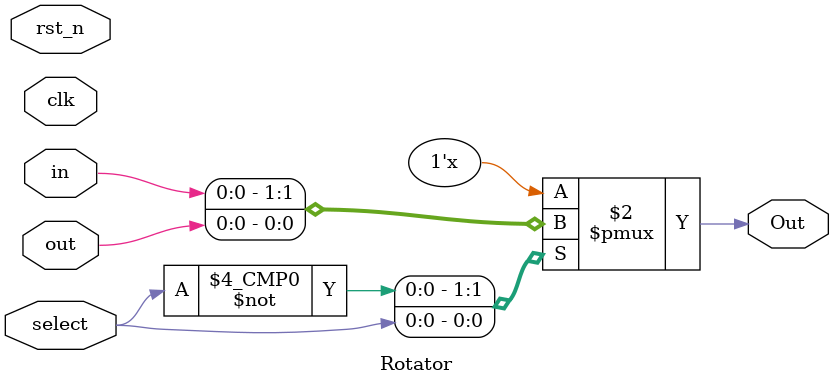
<source format=sv>
`timescale 1ns / 1ps


module Rotator(clk,rst_n,in,out,select,Out);
    input logic clk;
    input logic rst_n;
    input logic in;
    input logic out;
    input logic select;
    
    output logic Out;  
    
    always_comb
    begin
        case(select)
        1'b0:Out=in;      
        1'b1:Out=out;
        endcase
    end 
    
endmodule

</source>
